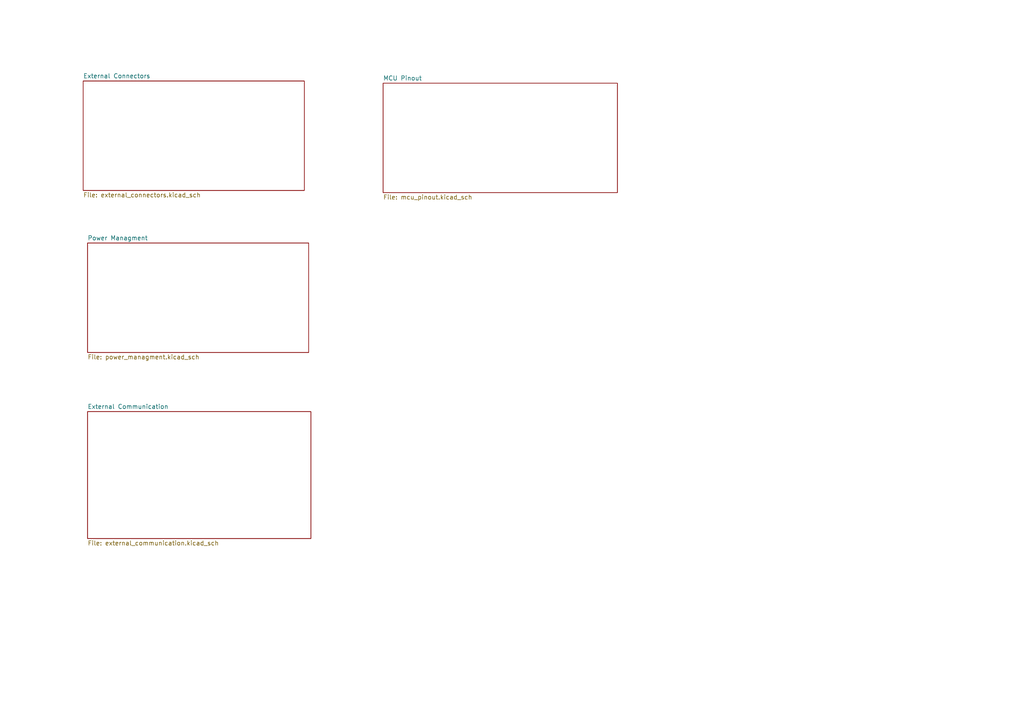
<source format=kicad_sch>
(kicad_sch (version 20211123) (generator eeschema)
  (paper "A4")
  (lib_symbols)
  (sheet (at 24.13 23.495) (size 64.135 31.75) (stroke (width 0.1524))
    (property "Sheet name" "External Connectors" (at 24.13 22.7834 0) (effects (justify left bottom)))
    (property "Sheet file" "external_connectors.kicad_sch" (at 24.13 55.8296 0) (effects (justify left top)))
  )
  (sheet (at 25.4 119.38) (size 64.77 36.83) (stroke (width 0.1524))
    (property "Sheet name" "External Communication" (at 25.4 118.6684 0) (effects (justify left bottom)))
    (property "Sheet file" "external_communication.kicad_sch" (at 25.4 156.7946 0) (effects (justify left top)))
  )
  (sheet (at 111.125 24.13) (size 67.945 31.75) (stroke (width 0.1524))
    (property "Sheet name" "MCU Pinout" (at 111.125 23.4184 0) (effects (justify left bottom)))
    (property "Sheet file" "mcu_pinout.kicad_sch" (at 111.125 56.4646 0) (effects (justify left top)))
  )
  (sheet (at 25.4 70.485) (size 64.135 31.75) (stroke (width 0.1524))
    (property "Sheet name" "Power Managment" (at 25.4 69.7734 0) (effects (justify left bottom)))
    (property "Sheet file" "power_managment.kicad_sch" (at 25.4 102.8196 0) (effects (justify left top)))
  )
)
</source>
